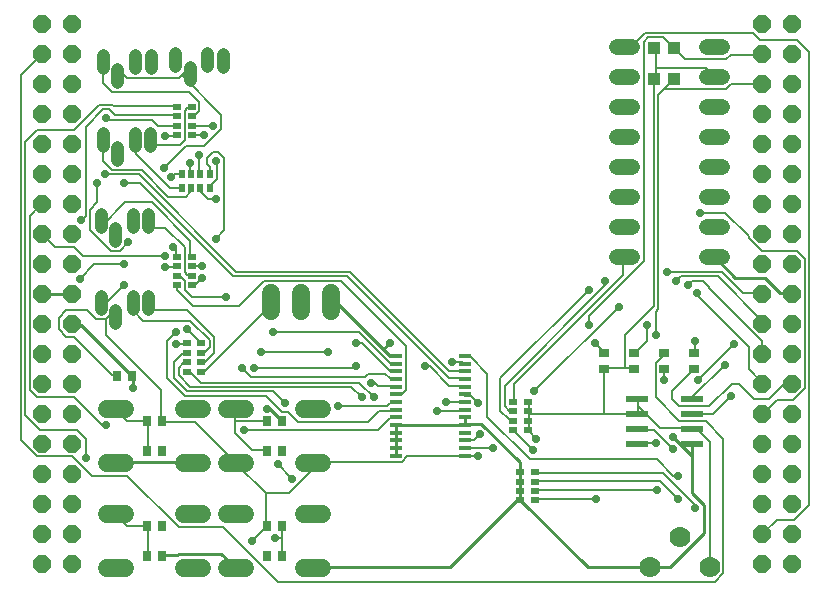
<source format=gbl>
G75*
%MOIN*%
%OFA0B0*%
%FSLAX25Y25*%
%IPPOS*%
%LPD*%
%AMOC8*
5,1,8,0,0,1.08239X$1,22.5*
%
%ADD10R,0.02756X0.03543*%
%ADD11R,0.03543X0.02756*%
%ADD12C,0.06000*%
%ADD13R,0.07800X0.02200*%
%ADD14C,0.04362*%
%ADD15R,0.03900X0.01200*%
%ADD16C,0.07000*%
%ADD17OC8,0.06000*%
%ADD18R,0.02559X0.01969*%
%ADD19R,0.01969X0.02559*%
%ADD20C,0.05200*%
%ADD21R,0.03937X0.04331*%
%ADD22C,0.01000*%
%ADD23C,0.02781*%
%ADD24C,0.00600*%
D10*
X0048991Y0016650D03*
X0054109Y0016650D03*
X0054109Y0026650D03*
X0048991Y0026650D03*
X0048991Y0051650D03*
X0054109Y0051650D03*
X0054109Y0061650D03*
X0048991Y0061650D03*
X0044109Y0076650D03*
X0038991Y0076650D03*
X0088991Y0061650D03*
X0094109Y0061650D03*
X0094109Y0051650D03*
X0088991Y0051650D03*
X0088991Y0026650D03*
X0094109Y0026650D03*
X0094109Y0016650D03*
X0088991Y0016650D03*
D11*
X0201550Y0079091D03*
X0201550Y0084209D03*
X0211550Y0084209D03*
X0211550Y0079091D03*
X0221550Y0079091D03*
X0221550Y0084209D03*
X0231550Y0084209D03*
X0231550Y0079091D03*
D12*
X0110300Y0098300D02*
X0110300Y0104300D01*
X0100300Y0104300D02*
X0100300Y0098300D01*
X0090300Y0098300D02*
X0090300Y0104300D01*
X0081750Y0065550D02*
X0075750Y0065550D01*
X0067350Y0065550D02*
X0061350Y0065550D01*
X0041750Y0065550D02*
X0035750Y0065550D01*
X0035750Y0047750D02*
X0041750Y0047750D01*
X0041750Y0030550D02*
X0035750Y0030550D01*
X0035750Y0012750D02*
X0041750Y0012750D01*
X0061350Y0012750D02*
X0067350Y0012750D01*
X0075750Y0012750D02*
X0081750Y0012750D01*
X0101350Y0012750D02*
X0107350Y0012750D01*
X0107350Y0030550D02*
X0101350Y0030550D01*
X0081750Y0030550D02*
X0075750Y0030550D01*
X0067350Y0030550D02*
X0061350Y0030550D01*
X0061350Y0047750D02*
X0067350Y0047750D01*
X0075750Y0047750D02*
X0081750Y0047750D01*
X0101350Y0047750D02*
X0107350Y0047750D01*
X0107350Y0065550D02*
X0101350Y0065550D01*
D13*
X0212250Y0064150D03*
X0212250Y0069150D03*
X0212250Y0059150D03*
X0212250Y0054150D03*
X0230850Y0054150D03*
X0230850Y0059150D03*
X0230850Y0064150D03*
X0230850Y0069150D03*
D14*
X0074385Y0179786D02*
X0074385Y0184148D01*
X0069172Y0184274D02*
X0069172Y0179911D01*
X0063369Y0179589D02*
X0063369Y0175227D01*
X0058550Y0179911D02*
X0058550Y0184274D01*
X0050255Y0183648D02*
X0050255Y0179286D01*
X0045042Y0179411D02*
X0045042Y0183774D01*
X0039239Y0179089D02*
X0039239Y0174727D01*
X0034420Y0179411D02*
X0034420Y0183774D01*
X0034310Y0157774D02*
X0034310Y0153411D01*
X0039129Y0153089D02*
X0039129Y0148727D01*
X0044932Y0153411D02*
X0044932Y0157774D01*
X0050144Y0157648D02*
X0050144Y0153286D01*
X0049515Y0130648D02*
X0049515Y0126286D01*
X0044302Y0126411D02*
X0044302Y0130774D01*
X0038499Y0126089D02*
X0038499Y0121727D01*
X0033680Y0126411D02*
X0033680Y0130774D01*
X0033641Y0103344D02*
X0033641Y0098981D01*
X0038459Y0098659D02*
X0038459Y0094297D01*
X0044263Y0098981D02*
X0044263Y0103344D01*
X0049475Y0103219D02*
X0049475Y0098856D01*
D15*
X0131952Y0083323D03*
X0131952Y0080764D03*
X0131952Y0078205D03*
X0131952Y0075646D03*
X0131952Y0073087D03*
X0131952Y0070528D03*
X0131952Y0067969D03*
X0131952Y0065410D03*
X0131952Y0062851D03*
X0131952Y0060292D03*
X0131952Y0057733D03*
X0131952Y0055174D03*
X0131952Y0052615D03*
X0131952Y0050056D03*
X0154927Y0050056D03*
X0154927Y0052615D03*
X0154927Y0055174D03*
X0154927Y0057733D03*
X0154927Y0060292D03*
X0154927Y0062851D03*
X0154927Y0065410D03*
X0154927Y0067969D03*
X0154927Y0070528D03*
X0154927Y0073087D03*
X0154927Y0075646D03*
X0154927Y0078205D03*
X0154927Y0080764D03*
X0154927Y0083323D03*
D16*
X0226589Y0022920D03*
X0216589Y0012920D03*
X0236589Y0012920D03*
D17*
X0014050Y0014150D03*
X0024050Y0014150D03*
X0024050Y0024150D03*
X0014050Y0024150D03*
X0014050Y0034150D03*
X0024050Y0034150D03*
X0024050Y0044150D03*
X0014050Y0044150D03*
X0014050Y0054150D03*
X0024050Y0054150D03*
X0024050Y0064150D03*
X0014050Y0064150D03*
X0014050Y0074150D03*
X0024050Y0074150D03*
X0024050Y0084150D03*
X0014050Y0084150D03*
X0014050Y0094150D03*
X0024050Y0094150D03*
X0024050Y0104150D03*
X0014050Y0104150D03*
X0014050Y0114150D03*
X0024050Y0114150D03*
X0024050Y0124150D03*
X0014050Y0124150D03*
X0014050Y0134150D03*
X0024050Y0134150D03*
X0024050Y0144150D03*
X0014050Y0144150D03*
X0014050Y0154150D03*
X0024050Y0154150D03*
X0024050Y0164150D03*
X0014050Y0164150D03*
X0014050Y0174150D03*
X0024050Y0174150D03*
X0024050Y0184150D03*
X0014050Y0184150D03*
X0014050Y0194150D03*
X0024050Y0194150D03*
X0254050Y0194150D03*
X0264050Y0194150D03*
X0264050Y0184150D03*
X0254050Y0184150D03*
X0254050Y0174150D03*
X0264050Y0174150D03*
X0264050Y0164150D03*
X0254050Y0164150D03*
X0254050Y0154150D03*
X0264050Y0154150D03*
X0264050Y0144150D03*
X0254050Y0144150D03*
X0254050Y0134150D03*
X0264050Y0134150D03*
X0264050Y0124150D03*
X0254050Y0124150D03*
X0254050Y0114150D03*
X0264050Y0114150D03*
X0264050Y0104150D03*
X0254050Y0104150D03*
X0254050Y0094150D03*
X0264050Y0094150D03*
X0264050Y0084150D03*
X0254050Y0084150D03*
X0254050Y0074150D03*
X0264050Y0074150D03*
X0264050Y0064150D03*
X0254050Y0064150D03*
X0254050Y0054150D03*
X0264050Y0054150D03*
X0264050Y0044150D03*
X0254050Y0044150D03*
X0254050Y0034150D03*
X0264050Y0034150D03*
X0264050Y0024150D03*
X0254050Y0024150D03*
X0254050Y0014150D03*
X0264050Y0014150D03*
D18*
X0178261Y0035176D03*
X0173339Y0035176D03*
X0173339Y0038325D03*
X0173339Y0041475D03*
X0178261Y0041475D03*
X0178261Y0038325D03*
X0178261Y0044624D03*
X0173339Y0044624D03*
X0171139Y0058676D03*
X0171139Y0061825D03*
X0171139Y0064975D03*
X0171139Y0068124D03*
X0176061Y0068124D03*
X0176061Y0064975D03*
X0176061Y0061825D03*
X0176061Y0058676D03*
X0067236Y0078101D03*
X0067236Y0081250D03*
X0067236Y0084400D03*
X0067236Y0087549D03*
X0062314Y0087549D03*
X0062314Y0084400D03*
X0062314Y0081250D03*
X0062314Y0078101D03*
X0064011Y0106926D03*
X0064011Y0110075D03*
X0059089Y0110075D03*
X0059089Y0106926D03*
X0059089Y0113225D03*
X0064011Y0113225D03*
X0064011Y0116374D03*
X0059089Y0116374D03*
X0059089Y0156926D03*
X0059089Y0160075D03*
X0064011Y0160075D03*
X0064011Y0156926D03*
X0064011Y0163225D03*
X0059089Y0163225D03*
X0059089Y0166374D03*
X0064011Y0166374D03*
D19*
X0063755Y0144111D03*
X0060605Y0144111D03*
X0060605Y0139189D03*
X0063755Y0139189D03*
X0066904Y0139189D03*
X0070054Y0139189D03*
X0070054Y0144111D03*
X0066904Y0144111D03*
D20*
X0205600Y0146400D02*
X0210800Y0146400D01*
X0210800Y0136400D02*
X0205600Y0136400D01*
X0205600Y0126400D02*
X0210800Y0126400D01*
X0210800Y0116400D02*
X0205600Y0116400D01*
X0235600Y0116400D02*
X0240800Y0116400D01*
X0240800Y0126400D02*
X0235600Y0126400D01*
X0235600Y0136400D02*
X0240800Y0136400D01*
X0240800Y0146400D02*
X0235600Y0146400D01*
X0235600Y0156400D02*
X0240800Y0156400D01*
X0240800Y0166400D02*
X0235600Y0166400D01*
X0235600Y0176400D02*
X0240800Y0176400D01*
X0240800Y0186400D02*
X0235600Y0186400D01*
X0210800Y0186400D02*
X0205600Y0186400D01*
X0205600Y0176400D02*
X0210800Y0176400D01*
X0210800Y0166400D02*
X0205600Y0166400D01*
X0205600Y0156400D02*
X0210800Y0156400D01*
D21*
X0218204Y0175705D03*
X0224896Y0175705D03*
X0224896Y0186020D03*
X0218204Y0186020D03*
D22*
X0238200Y0116400D02*
X0238263Y0116315D01*
X0245152Y0109426D01*
X0254995Y0109426D01*
X0259916Y0104504D01*
X0263853Y0104504D01*
X0264050Y0104150D01*
X0224483Y0056276D02*
X0230389Y0050370D01*
X0230881Y0050370D01*
X0230881Y0053815D01*
X0230850Y0054150D01*
X0230881Y0050370D02*
X0230881Y0037575D01*
X0234818Y0033638D01*
X0234818Y0024288D01*
X0223499Y0012969D01*
X0216609Y0012969D01*
X0216589Y0012920D01*
X0216117Y0012969D01*
X0195940Y0012969D01*
X0173794Y0035115D01*
X0173339Y0035176D01*
X0172810Y0035607D01*
X0150172Y0012969D01*
X0104404Y0012969D01*
X0104350Y0012750D01*
X0078750Y0012750D02*
X0078322Y0012969D01*
X0073893Y0017398D01*
X0059621Y0017398D01*
X0059129Y0016906D01*
X0054207Y0016906D01*
X0054109Y0016650D01*
X0064350Y0047750D02*
X0064050Y0047910D01*
X0038952Y0047910D01*
X0038750Y0047750D01*
X0044365Y0072516D02*
X0044365Y0076453D01*
X0044109Y0076650D01*
X0043873Y0076945D01*
X0027141Y0093678D01*
X0024188Y0093678D01*
X0024050Y0094150D01*
X0023696Y0104012D02*
X0014345Y0104012D01*
X0014050Y0104150D01*
X0023696Y0104012D02*
X0024050Y0104150D01*
X0089148Y0065626D02*
X0090133Y0065626D01*
X0094109Y0061650D01*
X0127780Y0085557D02*
X0129995Y0087772D01*
X0127780Y0085557D02*
X0129995Y0083343D01*
X0131471Y0083343D01*
X0131952Y0083323D01*
X0127780Y0085557D02*
X0112278Y0101059D01*
X0110310Y0101059D01*
X0110300Y0101300D01*
X0154927Y0062851D02*
X0155093Y0062674D01*
X0155093Y0060705D01*
X0154927Y0060292D01*
X0155585Y0060705D01*
X0160507Y0060705D01*
X0173302Y0047910D01*
X0173302Y0044957D01*
X0173339Y0044624D01*
X0173302Y0044465D01*
X0173302Y0041512D01*
X0173339Y0041475D01*
X0173302Y0041020D01*
X0173302Y0038559D01*
X0173339Y0038325D01*
X0173302Y0038067D01*
X0173302Y0035607D01*
X0173339Y0035176D01*
X0154927Y0060292D02*
X0154601Y0060213D01*
X0132456Y0060213D01*
X0131952Y0060292D01*
X0131963Y0060213D01*
X0131963Y0057752D01*
X0131952Y0057733D01*
X0131963Y0057260D01*
X0131963Y0055292D01*
X0131952Y0055174D01*
X0131963Y0054800D01*
X0131963Y0052831D01*
X0131952Y0052615D01*
X0131963Y0052339D01*
X0131963Y0050370D01*
X0131952Y0050056D01*
D23*
X0145743Y0065134D03*
X0148696Y0068087D03*
X0159522Y0067595D03*
X0160015Y0057260D03*
X0164444Y0052831D03*
X0159522Y0049878D03*
X0177731Y0051847D03*
X0178715Y0055784D03*
X0178223Y0071532D03*
X0198400Y0087772D03*
X0196432Y0093678D03*
X0206274Y0099583D03*
X0215625Y0093678D03*
X0218578Y0090233D03*
X0231865Y0088264D03*
X0241707Y0080390D03*
X0244660Y0087280D03*
X0232849Y0075469D03*
X0221530Y0075469D03*
X0243597Y0069977D03*
X0224483Y0056276D03*
X0224483Y0052339D03*
X0218578Y0054307D03*
X0225959Y0043481D03*
X0219070Y0038559D03*
X0225959Y0035607D03*
X0231865Y0032654D03*
X0198893Y0035607D03*
X0141806Y0079898D03*
X0150664Y0081374D03*
X0129995Y0087772D03*
X0118676Y0087772D03*
X0109326Y0084819D03*
X0118676Y0079898D03*
X0123597Y0074485D03*
X0124581Y0069563D03*
X0120644Y0069563D03*
X0112770Y0066611D03*
X0095054Y0067595D03*
X0089148Y0065626D03*
X0081274Y0058737D03*
X0092593Y0047418D03*
X0097515Y0042496D03*
X0091609Y0022811D03*
X0084227Y0021827D03*
X0035507Y0060213D03*
X0028617Y0049386D03*
X0044365Y0072516D03*
X0058637Y0087280D03*
X0058637Y0091217D03*
X0062574Y0092201D03*
X0075369Y0103028D03*
X0067495Y0109426D03*
X0067495Y0113363D03*
X0071924Y0122221D03*
X0057652Y0119760D03*
X0055192Y0116807D03*
X0055192Y0112870D03*
X0042889Y0121237D03*
X0041412Y0113855D03*
X0041412Y0106965D03*
X0026648Y0108933D03*
X0027141Y0128619D03*
X0032554Y0140922D03*
X0035015Y0143874D03*
X0041412Y0140922D03*
X0054700Y0145843D03*
X0057160Y0142890D03*
X0063558Y0147811D03*
X0066511Y0150272D03*
X0071924Y0148304D03*
X0067987Y0157162D03*
X0070940Y0160115D03*
X0055192Y0156670D03*
X0035507Y0162575D03*
X0071924Y0135508D03*
X0091117Y0091217D03*
X0087180Y0084819D03*
X0084719Y0079406D03*
X0080782Y0079406D03*
X0196432Y0105489D03*
X0201845Y0108441D03*
X0222515Y0111394D03*
X0225467Y0108441D03*
X0229404Y0106965D03*
X0232357Y0104504D03*
X0233341Y0131079D03*
D24*
X0241707Y0131079D01*
X0249581Y0123205D01*
X0249581Y0122713D01*
X0254011Y0118284D01*
X0265822Y0118284D01*
X0268282Y0115823D01*
X0268282Y0072516D01*
X0264345Y0068579D01*
X0258932Y0068579D01*
X0254503Y0064150D01*
X0254050Y0064150D01*
X0251550Y0069150D02*
X0256550Y0069150D01*
X0261550Y0074150D01*
X0264050Y0074150D01*
X0254050Y0074150D02*
X0254011Y0074485D01*
X0249581Y0078914D01*
X0249581Y0086296D01*
X0232357Y0103520D01*
X0232357Y0104504D01*
X0229404Y0106965D02*
X0230881Y0108441D01*
X0234326Y0108441D01*
X0236294Y0106473D01*
X0236294Y0105981D01*
X0254011Y0088264D01*
X0254011Y0084327D01*
X0254050Y0084150D01*
X0244660Y0087280D02*
X0232849Y0075469D01*
X0231550Y0079091D02*
X0231491Y0079091D01*
X0224050Y0071650D01*
X0224050Y0069150D01*
X0226550Y0066650D01*
X0236550Y0066650D01*
X0244050Y0074150D01*
X0246550Y0074150D01*
X0251550Y0069150D01*
X0243597Y0069977D02*
X0237770Y0064150D01*
X0230850Y0064150D01*
X0230850Y0069150D02*
X0230881Y0069563D01*
X0241707Y0080390D01*
X0231865Y0084327D02*
X0231550Y0084209D01*
X0231865Y0084327D02*
X0231865Y0088264D01*
X0221550Y0084209D02*
X0221530Y0083835D01*
X0218578Y0080882D01*
X0218578Y0069563D01*
X0226452Y0061689D01*
X0235310Y0061689D01*
X0241215Y0055784D01*
X0241215Y0011000D01*
X0238263Y0008048D01*
X0092593Y0008048D01*
X0074385Y0026256D01*
X0059621Y0026256D01*
X0042396Y0043481D01*
X0030585Y0043481D01*
X0024188Y0049878D01*
X0012377Y0049878D01*
X0006963Y0055292D01*
X0006963Y0176847D01*
X0013853Y0183737D01*
X0014050Y0184150D01*
X0034420Y0179411D02*
X0034522Y0179307D01*
X0034522Y0174386D01*
X0037475Y0171433D01*
X0063066Y0171433D01*
X0066511Y0167989D01*
X0066511Y0165036D01*
X0065034Y0163559D01*
X0064050Y0163559D01*
X0064011Y0163225D01*
X0063558Y0166020D02*
X0064011Y0166374D01*
X0063558Y0166020D02*
X0062574Y0166020D01*
X0061589Y0165036D01*
X0061589Y0155193D01*
X0060113Y0153717D01*
X0050270Y0153717D01*
X0050144Y0153286D01*
X0045349Y0153225D02*
X0045349Y0150764D01*
X0056668Y0139445D01*
X0060605Y0139445D01*
X0060605Y0139189D01*
X0063558Y0138953D02*
X0063558Y0137969D01*
X0062081Y0136493D01*
X0056176Y0136493D01*
X0047318Y0145351D01*
X0037475Y0145351D01*
X0034522Y0148304D01*
X0034522Y0153225D01*
X0034310Y0153411D01*
X0028617Y0159622D02*
X0028617Y0130095D01*
X0027141Y0128619D01*
X0030093Y0132063D02*
X0032554Y0134524D01*
X0032554Y0140922D01*
X0035015Y0143874D02*
X0046333Y0143874D01*
X0078814Y0111394D01*
X0116707Y0111394D01*
X0149680Y0078422D01*
X0154601Y0078422D01*
X0154927Y0078205D01*
X0154927Y0080764D02*
X0154601Y0080882D01*
X0154109Y0081374D01*
X0150664Y0081374D01*
X0155093Y0082851D02*
X0154927Y0083323D01*
X0155093Y0082851D02*
X0157062Y0082851D01*
X0162475Y0077437D01*
X0162475Y0063166D01*
X0176747Y0048894D01*
X0219070Y0048894D01*
X0224483Y0043481D01*
X0225959Y0043481D01*
X0221038Y0044465D02*
X0231865Y0033638D01*
X0231865Y0032654D01*
X0225959Y0035607D02*
X0220054Y0041512D01*
X0178715Y0041512D01*
X0178261Y0041475D01*
X0178715Y0038559D02*
X0178261Y0038325D01*
X0178715Y0038559D02*
X0219070Y0038559D01*
X0221038Y0044465D02*
X0178715Y0044465D01*
X0178261Y0044624D01*
X0177731Y0051847D02*
X0171333Y0058244D01*
X0171139Y0058676D01*
X0171139Y0061825D02*
X0170841Y0062181D01*
X0169857Y0062181D01*
X0166904Y0065134D01*
X0166904Y0075961D01*
X0196432Y0105489D01*
X0201845Y0106965D02*
X0201845Y0108441D01*
X0201845Y0106965D02*
X0168381Y0073500D01*
X0168381Y0066611D01*
X0169857Y0065134D01*
X0170841Y0065134D01*
X0171139Y0064975D01*
X0171139Y0068124D02*
X0171333Y0068579D01*
X0171333Y0073993D01*
X0207751Y0110410D01*
X0207751Y0116315D01*
X0208200Y0116400D01*
X0214641Y0114839D02*
X0214641Y0188166D01*
X0216117Y0189642D01*
X0221038Y0189642D01*
X0224483Y0186197D01*
X0224896Y0186020D01*
X0224975Y0185705D01*
X0228420Y0182260D01*
X0242200Y0182260D01*
X0243676Y0183737D01*
X0254011Y0183737D01*
X0254050Y0184150D01*
X0253519Y0188658D02*
X0265822Y0188658D01*
X0269759Y0184721D01*
X0269759Y0033638D01*
X0264837Y0028717D01*
X0258932Y0028717D01*
X0254503Y0024288D01*
X0254050Y0024150D01*
X0236786Y0012969D02*
X0236589Y0012920D01*
X0236786Y0012969D02*
X0236786Y0054800D01*
X0232849Y0058737D01*
X0230881Y0058737D01*
X0230850Y0059150D01*
X0230389Y0059229D01*
X0220054Y0059229D01*
X0212672Y0066611D01*
X0212672Y0069071D01*
X0212250Y0069150D01*
X0212672Y0066611D02*
X0212672Y0064150D01*
X0212250Y0064150D01*
X0201353Y0064150D01*
X0201353Y0078914D01*
X0201550Y0079091D01*
X0201845Y0079406D01*
X0208243Y0079406D01*
X0208243Y0090233D01*
X0218085Y0100075D01*
X0218085Y0175370D01*
X0218204Y0175705D01*
X0218578Y0175863D01*
X0218578Y0179307D01*
X0235310Y0179307D01*
X0237770Y0176847D01*
X0238200Y0176400D01*
X0242200Y0172418D02*
X0221530Y0172418D01*
X0219562Y0170449D01*
X0219562Y0099091D01*
X0218578Y0098107D01*
X0218578Y0090233D01*
X0215625Y0088264D02*
X0211688Y0084327D01*
X0211550Y0084209D01*
X0215625Y0088264D02*
X0215625Y0093678D01*
X0206274Y0099583D02*
X0178223Y0071532D01*
X0176255Y0068087D02*
X0176061Y0068124D01*
X0176255Y0068087D02*
X0176255Y0065134D01*
X0176061Y0064975D01*
X0176255Y0064150D01*
X0201353Y0064150D01*
X0212250Y0059150D02*
X0212672Y0058737D01*
X0218085Y0058737D01*
X0224483Y0052339D01*
X0218578Y0054307D02*
X0212672Y0054307D01*
X0212250Y0054150D01*
X0198893Y0035607D02*
X0178715Y0035607D01*
X0178261Y0035176D01*
X0159522Y0049878D02*
X0155093Y0049878D01*
X0154927Y0050056D01*
X0154601Y0049878D01*
X0135900Y0049878D01*
X0133932Y0047910D01*
X0106865Y0047910D01*
X0104350Y0047750D01*
X0104404Y0047910D01*
X0106865Y0047910D01*
X0096530Y0037575D01*
X0088656Y0037575D01*
X0078814Y0047418D01*
X0078750Y0047750D01*
X0078322Y0047910D01*
X0065034Y0061197D01*
X0054207Y0061197D01*
X0054109Y0061650D01*
X0053715Y0061689D01*
X0053715Y0072024D01*
X0035507Y0090233D01*
X0035507Y0095646D01*
X0038459Y0098599D01*
X0038459Y0098659D01*
X0033641Y0098981D02*
X0033538Y0099091D01*
X0041412Y0106965D01*
X0041412Y0113855D02*
X0031570Y0113855D01*
X0026648Y0108933D01*
X0027633Y0116807D02*
X0024680Y0119760D01*
X0018282Y0119760D01*
X0014345Y0123697D01*
X0014050Y0124150D01*
X0009916Y0130095D02*
X0013853Y0134032D01*
X0014050Y0134150D01*
X0009916Y0130095D02*
X0009916Y0072024D01*
X0012377Y0069563D01*
X0024680Y0069563D01*
X0034030Y0060213D01*
X0035507Y0060213D01*
X0038952Y0065134D02*
X0038750Y0065550D01*
X0038952Y0065134D02*
X0042396Y0061689D01*
X0048794Y0061689D01*
X0048991Y0061650D01*
X0049286Y0061197D01*
X0049286Y0051847D01*
X0048991Y0051650D01*
X0028617Y0049386D02*
X0028617Y0055784D01*
X0025664Y0058737D01*
X0013361Y0058737D01*
X0008440Y0063658D01*
X0008440Y0154701D01*
X0012377Y0158638D01*
X0024680Y0158638D01*
X0033046Y0167004D01*
X0037475Y0167004D01*
X0037967Y0166512D01*
X0058637Y0166512D01*
X0059089Y0166374D01*
X0058637Y0163559D02*
X0059089Y0163225D01*
X0058637Y0163559D02*
X0038459Y0163559D01*
X0036491Y0165528D01*
X0034522Y0165528D01*
X0028617Y0159622D01*
X0035507Y0162575D02*
X0035999Y0162083D01*
X0050763Y0162083D01*
X0052731Y0160115D01*
X0058637Y0160115D01*
X0059089Y0160075D01*
X0059089Y0156926D02*
X0058637Y0156670D01*
X0055192Y0156670D01*
X0062081Y0153225D02*
X0054700Y0145843D01*
X0057160Y0142890D02*
X0058144Y0143874D01*
X0060605Y0143874D01*
X0060605Y0144111D01*
X0063558Y0144367D02*
X0063755Y0144111D01*
X0063558Y0144367D02*
X0063558Y0147811D01*
X0066511Y0150272D02*
X0066511Y0144367D01*
X0066904Y0144111D01*
X0069956Y0144367D02*
X0070054Y0144111D01*
X0069956Y0144367D02*
X0069956Y0146335D01*
X0068971Y0147319D01*
X0068971Y0149288D01*
X0070940Y0151256D01*
X0072908Y0151256D01*
X0074877Y0149288D01*
X0074877Y0125174D01*
X0071924Y0122221D01*
X0063558Y0121729D02*
X0063558Y0116807D01*
X0064011Y0116374D01*
X0061589Y0119760D02*
X0055192Y0126158D01*
X0049778Y0126158D01*
X0049515Y0126286D01*
X0042889Y0121237D02*
X0039936Y0118284D01*
X0036983Y0118284D01*
X0030093Y0125174D01*
X0030093Y0132063D01*
X0034030Y0126650D02*
X0033680Y0126411D01*
X0034030Y0126650D02*
X0041904Y0134524D01*
X0050763Y0134524D01*
X0063558Y0121729D01*
X0061589Y0119760D02*
X0061589Y0111394D01*
X0062574Y0110410D01*
X0063558Y0110410D01*
X0064011Y0110075D01*
X0061589Y0108441D02*
X0061589Y0105489D01*
X0064050Y0103028D01*
X0075369Y0103028D01*
X0079798Y0100075D02*
X0088164Y0108441D01*
X0113755Y0108441D01*
X0135408Y0086788D01*
X0135408Y0072024D01*
X0133932Y0070548D01*
X0131963Y0070548D01*
X0131952Y0070528D01*
X0131952Y0073087D02*
X0131471Y0073500D01*
X0126058Y0073500D01*
X0125074Y0074485D01*
X0123597Y0074485D01*
X0121629Y0076453D02*
X0122613Y0077437D01*
X0128519Y0077437D01*
X0129995Y0075961D01*
X0131471Y0075961D01*
X0131952Y0075646D01*
X0131952Y0078205D02*
X0131471Y0078422D01*
X0129995Y0078422D01*
X0120644Y0087772D01*
X0118676Y0087772D01*
X0119660Y0091217D02*
X0129995Y0080882D01*
X0131471Y0080882D01*
X0131952Y0080764D01*
X0141806Y0079898D02*
X0143282Y0079898D01*
X0149680Y0073500D01*
X0154601Y0073500D01*
X0154927Y0073087D01*
X0154927Y0070528D02*
X0155093Y0070056D01*
X0157062Y0070056D01*
X0159522Y0067595D01*
X0154927Y0067969D02*
X0154601Y0068087D01*
X0148696Y0068087D01*
X0145743Y0065134D02*
X0154601Y0065134D01*
X0154927Y0065410D01*
X0160015Y0057260D02*
X0158046Y0055292D01*
X0155093Y0055292D01*
X0154927Y0055174D01*
X0155093Y0052831D02*
X0154927Y0052615D01*
X0155093Y0052831D02*
X0164444Y0052831D01*
X0176255Y0058244D02*
X0176061Y0058676D01*
X0176255Y0058737D01*
X0176255Y0061689D01*
X0176061Y0061825D01*
X0176255Y0062181D01*
X0176255Y0064150D01*
X0176255Y0064642D01*
X0176061Y0064975D01*
X0176255Y0058244D02*
X0178715Y0055784D01*
X0154927Y0075646D02*
X0154601Y0075961D01*
X0149680Y0075961D01*
X0115723Y0109918D01*
X0077830Y0109918D01*
X0046826Y0140922D01*
X0041412Y0140922D01*
X0045349Y0153225D02*
X0044932Y0153411D01*
X0062081Y0153225D02*
X0067987Y0153225D01*
X0073893Y0159130D01*
X0073893Y0163559D01*
X0060605Y0176847D01*
X0063066Y0179307D01*
X0063369Y0179589D01*
X0060605Y0176847D02*
X0059621Y0175863D01*
X0042396Y0175863D01*
X0039444Y0178815D01*
X0039239Y0179089D01*
X0064011Y0160075D02*
X0064050Y0160115D01*
X0070940Y0160115D01*
X0067987Y0157162D02*
X0064050Y0157162D01*
X0064011Y0156926D01*
X0071924Y0148304D02*
X0072416Y0147811D01*
X0072416Y0142398D01*
X0070448Y0140430D01*
X0070448Y0139445D01*
X0070054Y0139189D01*
X0067003Y0138953D02*
X0067003Y0137969D01*
X0069463Y0135508D01*
X0071924Y0135508D01*
X0067003Y0138953D02*
X0066904Y0139189D01*
X0063755Y0139189D02*
X0063558Y0138953D01*
X0057652Y0119760D02*
X0058637Y0118776D01*
X0058637Y0116807D01*
X0059089Y0116374D01*
X0059089Y0113225D02*
X0058637Y0112870D01*
X0055192Y0112870D01*
X0055192Y0116807D02*
X0027633Y0116807D01*
X0029109Y0098599D02*
X0022219Y0098599D01*
X0019759Y0096138D01*
X0019759Y0092201D01*
X0022219Y0089741D01*
X0024680Y0089741D01*
X0037475Y0076945D01*
X0038952Y0076945D01*
X0038991Y0076650D01*
X0055684Y0075961D02*
X0055684Y0088264D01*
X0058637Y0091217D01*
X0062574Y0092201D02*
X0067003Y0087772D01*
X0067236Y0087549D01*
X0067495Y0084819D02*
X0067236Y0084400D01*
X0067495Y0084819D02*
X0068479Y0084819D01*
X0069956Y0086296D01*
X0069956Y0088756D01*
X0063558Y0095154D01*
X0047810Y0095154D01*
X0044365Y0098599D01*
X0044263Y0098981D01*
X0049475Y0098856D02*
X0049778Y0098599D01*
X0062574Y0098599D01*
X0071432Y0089741D01*
X0071432Y0084327D01*
X0068479Y0081374D01*
X0067495Y0081374D01*
X0067236Y0081250D01*
X0067495Y0078422D02*
X0067236Y0078101D01*
X0067495Y0078422D02*
X0068479Y0078422D01*
X0090133Y0100075D01*
X0090133Y0101059D01*
X0090300Y0101300D01*
X0079798Y0100075D02*
X0064542Y0100075D01*
X0059129Y0105489D01*
X0059129Y0106473D01*
X0059089Y0106926D01*
X0061589Y0108441D02*
X0060113Y0109918D01*
X0059129Y0109918D01*
X0059089Y0110075D01*
X0064011Y0106926D02*
X0064050Y0106965D01*
X0065034Y0106965D01*
X0067495Y0109426D01*
X0067495Y0113363D02*
X0064050Y0113363D01*
X0064011Y0113225D01*
X0035507Y0095646D02*
X0032062Y0095646D01*
X0029109Y0098599D01*
X0058144Y0081374D02*
X0058144Y0075961D01*
X0062574Y0071532D01*
X0091117Y0071532D01*
X0095054Y0067595D01*
X0096038Y0064642D02*
X0094070Y0064642D01*
X0088656Y0070056D01*
X0061589Y0070056D01*
X0055684Y0075961D01*
X0059621Y0076945D02*
X0059621Y0079406D01*
X0061097Y0080882D01*
X0062081Y0080882D01*
X0062314Y0081250D01*
X0062081Y0084327D02*
X0061097Y0084327D01*
X0058144Y0081374D01*
X0059621Y0076945D02*
X0063558Y0073008D01*
X0117200Y0073008D01*
X0120644Y0069563D01*
X0124581Y0069563D02*
X0119660Y0074485D01*
X0067003Y0074485D01*
X0063558Y0077930D01*
X0062574Y0077930D01*
X0062314Y0078101D01*
X0062081Y0084327D02*
X0062314Y0084400D01*
X0062081Y0087280D02*
X0058637Y0087280D01*
X0062081Y0087280D02*
X0062314Y0087549D01*
X0080782Y0079406D02*
X0083735Y0076453D01*
X0121629Y0076453D01*
X0118676Y0079898D02*
X0118184Y0079406D01*
X0084719Y0079406D01*
X0087180Y0084819D02*
X0109326Y0084819D01*
X0119660Y0091217D02*
X0091117Y0091217D01*
X0112770Y0066611D02*
X0129011Y0066611D01*
X0129995Y0067595D01*
X0131471Y0067595D01*
X0131952Y0067969D01*
X0131952Y0065410D02*
X0131471Y0065134D01*
X0126550Y0065134D01*
X0122613Y0061197D01*
X0099483Y0061197D01*
X0096038Y0064642D01*
X0088991Y0061650D02*
X0088656Y0061689D01*
X0078322Y0061689D01*
X0078322Y0057752D01*
X0084227Y0051847D01*
X0088656Y0051847D01*
X0088991Y0051650D01*
X0092593Y0047418D02*
X0097515Y0042496D01*
X0088656Y0037575D02*
X0088656Y0026748D01*
X0088991Y0026650D01*
X0088656Y0026256D01*
X0084227Y0021827D01*
X0091609Y0022811D02*
X0094070Y0022811D01*
X0094070Y0016906D01*
X0094109Y0016650D01*
X0094070Y0022811D02*
X0094070Y0026256D01*
X0094109Y0026650D01*
X0081274Y0058737D02*
X0126058Y0058737D01*
X0129995Y0062674D01*
X0131471Y0062674D01*
X0131952Y0062851D01*
X0078750Y0065550D02*
X0078322Y0065134D01*
X0078322Y0061689D01*
X0042396Y0026748D02*
X0038952Y0030193D01*
X0038750Y0030550D01*
X0042396Y0026748D02*
X0048794Y0026748D01*
X0048991Y0026650D01*
X0049286Y0026256D01*
X0049286Y0016906D01*
X0048991Y0016650D01*
X0196432Y0093678D02*
X0196432Y0096630D01*
X0214641Y0114839D01*
X0222515Y0111394D02*
X0240723Y0111394D01*
X0247613Y0104504D01*
X0254011Y0104504D01*
X0254050Y0104150D01*
X0254011Y0095154D02*
X0239247Y0109918D01*
X0226944Y0109918D01*
X0225467Y0108441D01*
X0254011Y0095154D02*
X0254011Y0094170D01*
X0254050Y0094150D01*
X0221550Y0079091D02*
X0221530Y0078914D01*
X0221530Y0075469D01*
X0211550Y0079091D02*
X0211196Y0079406D01*
X0208243Y0079406D01*
X0201845Y0084327D02*
X0201550Y0084209D01*
X0201845Y0084327D02*
X0198400Y0087772D01*
X0221530Y0172418D02*
X0224483Y0175370D01*
X0224896Y0175705D01*
X0218578Y0179307D02*
X0218578Y0185705D01*
X0218204Y0186020D01*
X0215133Y0191119D02*
X0251058Y0191119D01*
X0253519Y0188658D01*
X0254050Y0174150D02*
X0254011Y0173894D01*
X0243676Y0173894D01*
X0242200Y0172418D01*
X0215133Y0191119D02*
X0210704Y0186689D01*
X0208243Y0186689D01*
X0208200Y0186400D01*
M02*

</source>
